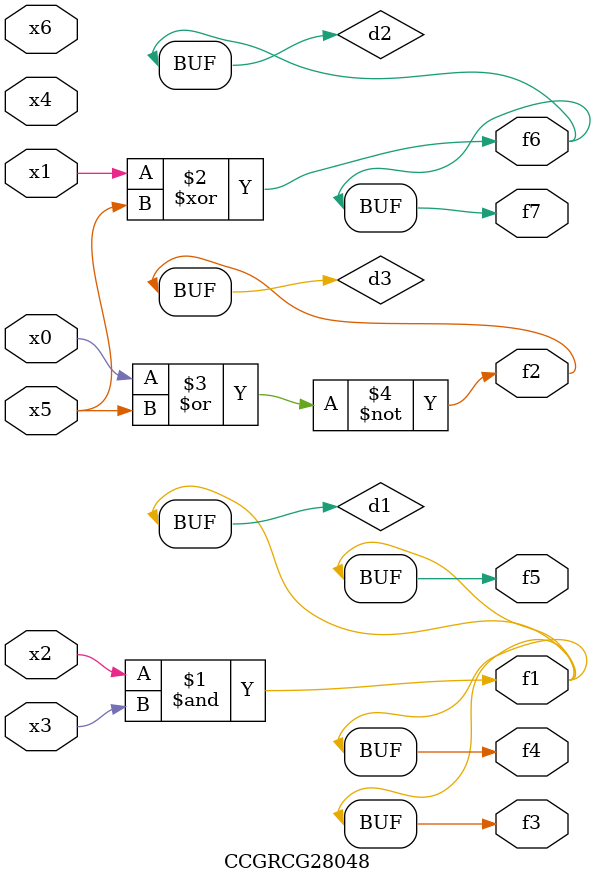
<source format=v>
module CCGRCG28048(
	input x0, x1, x2, x3, x4, x5, x6,
	output f1, f2, f3, f4, f5, f6, f7
);

	wire d1, d2, d3;

	and (d1, x2, x3);
	xor (d2, x1, x5);
	nor (d3, x0, x5);
	assign f1 = d1;
	assign f2 = d3;
	assign f3 = d1;
	assign f4 = d1;
	assign f5 = d1;
	assign f6 = d2;
	assign f7 = d2;
endmodule

</source>
